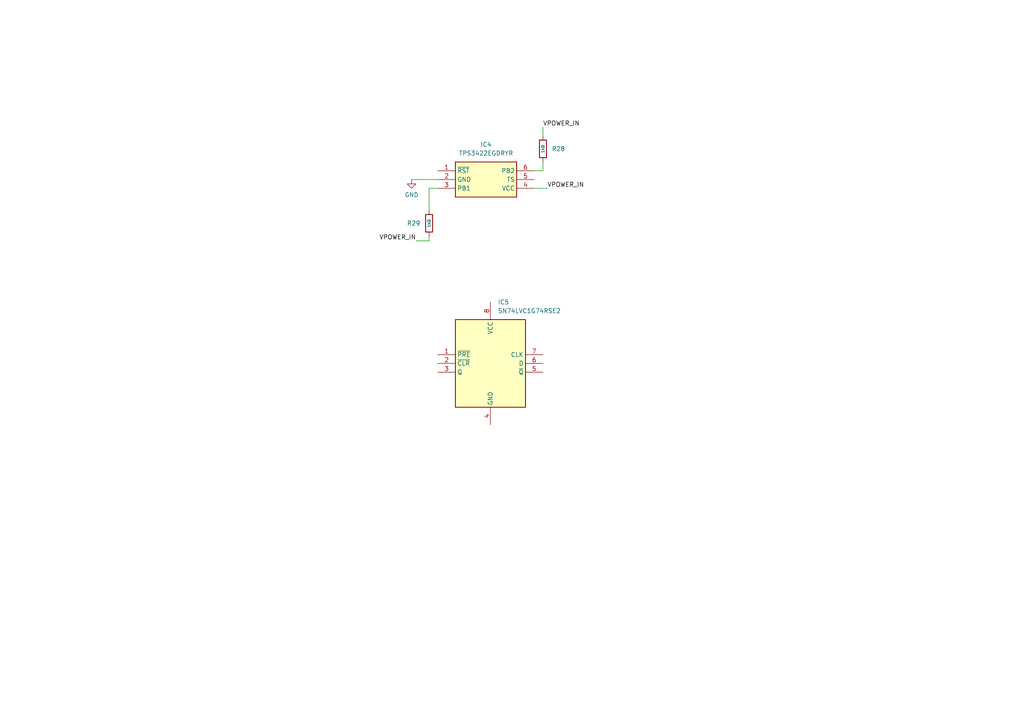
<source format=kicad_sch>
(kicad_sch (version 20250114) (generator "eeschema") (generator_version "9.0")
  (paper "A4")
  (lib_symbols
    (symbol "PCM_JLCPCB-Resistors:0603,1kΩ" (pin_numbers (hide yes)) (pin_names (offset 0))
      (property "Reference" "R" (at 1.778 0 0))
      (property "Value" "1kΩ" (at 0 0 90))
      (symbol "0603,1kΩ_0_1"
        (rectangle (start -1.016 2.54) (end 1.016 -2.54) (stroke (width 0.254)))
      )
      (symbol "0603,1kΩ_1_1"
        (pin passive line (at 0 3.81 270) (length 1.27) (name "~") (number "1"))
        (pin passive line (at 0 -3.81 90) (length 1.27) (name "~") (number "2"))
      )
    )
    (symbol "SN74LVC1G74RSE2:SN74LVC1G74RSE2"
      (property "Reference" "IC" (at 26.67 15.24 0))
      (property "Value" "SN74LVC1G74RSE2" (at 26.67 12.7 0))
      (symbol "SN74LVC1G74RSE2_1_1"
        (rectangle (start 5.08 10.16) (end 25.4 -15.24) (stroke (width 0.254)) (fill (type background)))
        (pin passive line (at 0 0 0) (length 5.08) (name "~{PRE}") (number "1"))
        (pin passive line (at 0 -2.54 0) (length 5.08) (name "~{CLR}") (number "2"))
        (pin passive line (at 0 -5.08 0) (length 5.08) (name "Q") (number "3"))
        (pin passive line (at 15.24 15.24 270) (length 5.08) (name "VCC") (number "8"))
        (pin passive line (at 15.24 -20.32 90) (length 5.08) (name "GND") (number "4"))
        (pin passive line (at 30.48 0 180) (length 5.08) (name "CLK") (number "7"))
        (pin passive line (at 30.48 -2.54 180) (length 5.08) (name "D") (number "6"))
        (pin passive line (at 30.48 -5.08 180) (length 5.08) (name "~{Q}") (number "5"))
      )
    )
    (symbol "power:GND" (power) (pin_names (offset 0))
      (property "Value" "GND" (at 0 -3.81 0))
      (symbol "GND_0_1"
        (polyline (pts (xy 0 0) (xy 0 -1.27) (xy 1.27 -1.27) (xy 0 -2.54) (xy -1.27 -1.27) (xy 0 -1.27)))
      )
      (symbol "GND_1_1"
        (pin power_in line (at 0 0 270) (length 0) (hide yes) (name "GND") (number "1"))
      )
    )
    (symbol "tps3422:TPS3422EGDRYR"
      (property "Reference" "IC" (at 24.13 7.62 0))
      (property "Value" "TPS3422EGDRYR" (at 24.13 5.08 0))
      (symbol "TPS3422EGDRYR_1_1"
        (rectangle (start 5.08 2.54) (end 22.86 -7.62) (stroke (width 0.254)) (fill (type background)))
        (pin passive line (at 0 0 0) (length 5.08) (name "~{RST}") (number "1"))
        (pin passive line (at 0 -2.54 0) (length 5.08) (name "GND") (number "2"))
        (pin passive line (at 0 -5.08 0) (length 5.08) (name "PB1") (number "3"))
        (pin passive line (at 27.94 0 180) (length 5.08) (name "PB2") (number "6"))
        (pin passive line (at 27.94 -2.54 180) (length 5.08) (name "TS") (number "5"))
        (pin passive line (at 27.94 -5.08 180) (length 5.08) (name "VCC") (number "4"))
      )
    )
  )
  (wire (pts (xy 154.94 49.53) (xy 157.48 49.53)))
  (wire (pts (xy 154.94 54.61) (xy 158.75 54.61)))
  (wire (pts (xy 157.48 49.53) (xy 157.48 46.99)))
  (wire (pts (xy 157.48 36.83) (xy 157.48 39.37)))
  (wire (pts (xy 124.46 60.96) (xy 124.46 54.61)))
  (wire (pts (xy 124.46 54.61) (xy 127 54.61)))
  (wire (pts (xy 124.46 69.85) (xy 124.46 68.58)))
  (wire (pts (xy 119.38 52.07) (xy 127 52.07)))
  (wire (pts (xy 120.65 69.85) (xy 124.46 69.85)))
  (label "VPOWER_IN" (at 158.75 54.61 0))
  (label "VPOWER_IN" (at 120.65 69.85 180))
  (label "VPOWER_IN" (at 157.48 36.83 0))
  (symbol (lib_id "PCM_JLCPCB-Resistors:0603,1kΩ") (at 157.48 43.18 0) (unit 1)
    (property "Reference" "R28" (at 160.02 43.1799 0) (effects (justify left)))
    (property "Value" "1kΩ" (at 157.48 43.18 90) (effects (font (size 0.8 0.8))))
    (property "Footprint" "PCM_JLCPCB:R_0603" (effects (hide yes)))
    (property "Datasheet" "https://www.lcsc.com/datasheet/lcsc_datasheet_2206010130_UNI-ROYAL-Uniroyal-Elec-0603WAF1001T5E_C21190.pdf" (effects (hide yes)))
    (property "Description" "100mW Thick Film Resistors 75V ±100ppm/°C ±1% 1kΩ 0603 Chip Resistor - Surface Mount ROHS" (effects (hide yes)))
    (property "LCSC" "C21190" (effects (hide yes)))
    (property "Stock" "23392424" (effects (hide yes)))
    (property "Price" "0.004USD" (effects (hide yes)))
    (property "Process" "SMT" (effects (hide yes)))
    (property "Minimum Qty" "20" (effects (hide yes)))
    (property "Attrition Qty" "10" (effects (hide yes)))
    (property "Class" "Basic Component" (effects (hide yes)))
    (property "Category" "Resistors,Chip Resistor - Surface Mount" (effects (hide yes)))
    (property "Manufacturer" "UNI-ROYAL(Uniroyal Elec)" (effects (hide yes)))
    (property "Part" "0603WAF1001T5E" (effects (hide yes)))
    (property "Resistance" "1kΩ" (effects (hide yes)))
    (property "Power(Watts)" "100mW" (effects (hide yes)))
    (property "Type" "Thick Film Resistors" (effects (hide yes)))
    (property "Overload Voltage (Max)" "75V" (effects (hide yes)))
    (property "Operating Temperature Range" "-55°C~+155°C" (effects (hide yes)))
    (property "Tolerance" "±1%" (effects (hide yes)))
    (property "Temperature Coefficient" "±100ppm/°C" (effects (hide yes)))
  )
  (symbol (lib_id "SN74LVC1G74RSE2:SN74LVC1G74RSE2") (at 127 102.87 0) (unit 1)
    (property "Reference" "IC5" (at 144.3833 87.63 0) (effects (justify left)))
    (property "Value" "SN74LVC1G74RSE2" (at 144.3833 90.17 0) (effects (justify left)))
    (property "Footprint" "parts:SN74LVC1G74RSE2" (effects (hide yes)))
    (property "Datasheet" "https://www.ti.com/lit/ds/symlink/sn74lvc1g74.pdf?ts=1717588857833&ref_url=https%253A%252F%252Fwww.ti.com%252Fproduct%252FSN74LVC1G74%252Fpart-details%252FSN74LVC1G74RSE2" (effects (hide yes)))
    (property "Description" "Flip Flop 1 Element D-Type 1 Bit Positive Edge 8-UFQFN" (effects (hide yes)))
    (property "Height" "0.6" (effects (hide yes)))
    (property "Manufacturer_Name" "Texas Instruments" (effects (hide yes)))
    (property "Manufacturer_Part_Number" "SN74LVC1G74RSE2" (effects (hide yes)))
    (property "Mouser Part Number" "595-SN74LVC1G74RSE2" (effects (hide yes)))
    (property "Mouser Price/Stock" "https://www.mouser.co.uk/ProductDetail/Texas-Instruments/SN74LVC1G74RSE2?qs=9Zb5cNRUa0bilaGmMkTSvg%3D%3D" (effects (hide yes)))
  )
  (symbol (lib_id "power:GND") (at 119.38 52.07 0) (unit 1)
    (property "Reference" "#PWR075" (effects (hide yes)))
    (property "Value" "GND" (at 119.38 56.515 0))
  )
  (symbol (lib_id "PCM_JLCPCB-Resistors:0603,1kΩ") (at 124.46 64.77 180) (unit 1)
    (property "Reference" "R29" (at 121.92 64.7701 0) (effects (justify left)))
    (property "Value" "1kΩ" (at 124.46 64.77 90) (effects (font (size 0.8 0.8))))
    (property "Footprint" "PCM_JLCPCB:R_0603" (effects (hide yes)))
    (property "Datasheet" "https://www.lcsc.com/datasheet/lcsc_datasheet_2206010130_UNI-ROYAL-Uniroyal-Elec-0603WAF1001T5E_C21190.pdf" (effects (hide yes)))
    (property "Description" "100mW Thick Film Resistors 75V ±100ppm/°C ±1% 1kΩ 0603 Chip Resistor - Surface Mount ROHS" (effects (hide yes)))
    (property "LCSC" "C21190" (effects (hide yes)))
    (property "Stock" "23392424" (effects (hide yes)))
    (property "Price" "0.004USD" (effects (hide yes)))
    (property "Process" "SMT" (effects (hide yes)))
    (property "Minimum Qty" "20" (effects (hide yes)))
    (property "Attrition Qty" "10" (effects (hide yes)))
    (property "Class" "Basic Component" (effects (hide yes)))
    (property "Category" "Resistors,Chip Resistor - Surface Mount" (effects (hide yes)))
    (property "Manufacturer" "UNI-ROYAL(Uniroyal Elec)" (effects (hide yes)))
    (property "Part" "0603WAF1001T5E" (effects (hide yes)))
    (property "Resistance" "1kΩ" (effects (hide yes)))
    (property "Power(Watts)" "100mW" (effects (hide yes)))
    (property "Type" "Thick Film Resistors" (effects (hide yes)))
    (property "Overload Voltage (Max)" "75V" (effects (hide yes)))
    (property "Operating Temperature Range" "-55°C~+155°C" (effects (hide yes)))
    (property "Tolerance" "±1%" (effects (hide yes)))
    (property "Temperature Coefficient" "±100ppm/°C" (effects (hide yes)))
  )
  (symbol (lib_id "tps3422:TPS3422EGDRYR") (at 127 49.53 0) (unit 1)
    (property "Reference" "IC4" (at 140.97 41.91 0))
    (property "Value" "TPS3422EGDRYR" (at 140.97 44.45 0))
    (property "Footprint" "parts:DRY_R-PUSON-N6_" (effects (hide yes)))
    (property "Datasheet" "http://www.ti.com/lit/gpn/tps3422" (effects (hide yes)))
    (property "Description" "Single Channel Push Button Controller with Configurable Delay and Reset Pulse" (effects (hide yes)))
    (property "Manufacturer_Name" "Texas Instruments" (effects (hide yes)))
    (property "Manufacturer_Part_Number" "TPS3422EGDRYR" (effects (hide yes)))
    (property "Mouser Part Number" "595-TPS3422EGDRYR" (effects (hide yes)))
    (property "Mouser Price/Stock" "https://www.mouser.co.uk/ProductDetail/Texas-Instruments/TPS3422EGDRYR?qs=%252BrH4t%252BeVZ2OD4BsbWUMJIA%3D%3D" (effects (hide yes)))
    (property "Arrow Part Number" "TPS3422EGDRYR" (effects (hide yes)))
    (property "Arrow Price/Stock" "https://www.arrow.com/en/products/tps3422egdryr/texas-instruments?utm_currency=USD&region=nac" (effects (hide yes)))
  )
)
</source>
